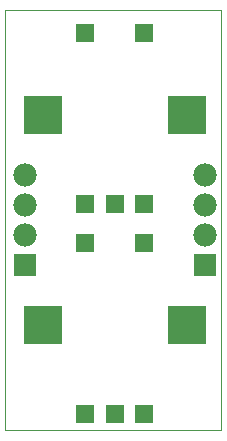
<source format=gbs>
G75*
G70*
%OFA0B0*%
%FSLAX24Y24*%
%IPPOS*%
%LPD*%
%AMOC8*
5,1,8,0,0,1.08239X$1,22.5*
%
%ADD10C,0.0000*%
%ADD11R,0.0634X0.0634*%
%ADD12R,0.1306X0.1306*%
%ADD13R,0.0780X0.0780*%
%ADD14C,0.0780*%
D10*
X000180Y000180D02*
X000180Y014180D01*
X007380Y014180D01*
X007380Y000180D01*
X000180Y000180D01*
D11*
X002836Y000727D03*
X003820Y000727D03*
X004804Y000727D03*
X004804Y006436D03*
X004804Y007727D03*
X003820Y007727D03*
X002836Y007727D03*
X002836Y006436D03*
X002836Y013436D03*
X004804Y013436D03*
D12*
X006222Y010680D03*
X006222Y003680D03*
X001418Y003680D03*
X001418Y010680D03*
D13*
X000820Y005680D03*
X006820Y005680D03*
D14*
X006820Y006680D03*
X006820Y007680D03*
X006820Y008680D03*
X000820Y008680D03*
X000820Y007680D03*
X000820Y006680D03*
M02*

</source>
